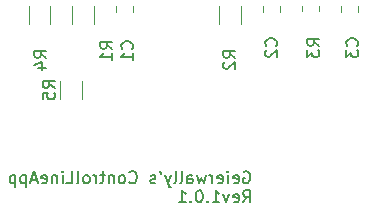
<source format=gbr>
%TF.GenerationSoftware,KiCad,Pcbnew,7.0.9*%
%TF.CreationDate,2023-12-31T16:38:04+01:00*%
%TF.ProjectId,ControlLineApp,436f6e74-726f-46c4-9c69-6e654170702e,1.0.1*%
%TF.SameCoordinates,Original*%
%TF.FileFunction,Legend,Bot*%
%TF.FilePolarity,Positive*%
%FSLAX46Y46*%
G04 Gerber Fmt 4.6, Leading zero omitted, Abs format (unit mm)*
G04 Created by KiCad (PCBNEW 7.0.9) date 2023-12-31 16:38:04*
%MOMM*%
%LPD*%
G01*
G04 APERTURE LIST*
%ADD10C,0.150000*%
%ADD11C,0.120000*%
G04 APERTURE END LIST*
D10*
X152301411Y-110845438D02*
X152396649Y-110797819D01*
X152396649Y-110797819D02*
X152539506Y-110797819D01*
X152539506Y-110797819D02*
X152682363Y-110845438D01*
X152682363Y-110845438D02*
X152777601Y-110940676D01*
X152777601Y-110940676D02*
X152825220Y-111035914D01*
X152825220Y-111035914D02*
X152872839Y-111226390D01*
X152872839Y-111226390D02*
X152872839Y-111369247D01*
X152872839Y-111369247D02*
X152825220Y-111559723D01*
X152825220Y-111559723D02*
X152777601Y-111654961D01*
X152777601Y-111654961D02*
X152682363Y-111750200D01*
X152682363Y-111750200D02*
X152539506Y-111797819D01*
X152539506Y-111797819D02*
X152444268Y-111797819D01*
X152444268Y-111797819D02*
X152301411Y-111750200D01*
X152301411Y-111750200D02*
X152253792Y-111702580D01*
X152253792Y-111702580D02*
X152253792Y-111369247D01*
X152253792Y-111369247D02*
X152444268Y-111369247D01*
X151444268Y-111750200D02*
X151539506Y-111797819D01*
X151539506Y-111797819D02*
X151729982Y-111797819D01*
X151729982Y-111797819D02*
X151825220Y-111750200D01*
X151825220Y-111750200D02*
X151872839Y-111654961D01*
X151872839Y-111654961D02*
X151872839Y-111274009D01*
X151872839Y-111274009D02*
X151825220Y-111178771D01*
X151825220Y-111178771D02*
X151729982Y-111131152D01*
X151729982Y-111131152D02*
X151539506Y-111131152D01*
X151539506Y-111131152D02*
X151444268Y-111178771D01*
X151444268Y-111178771D02*
X151396649Y-111274009D01*
X151396649Y-111274009D02*
X151396649Y-111369247D01*
X151396649Y-111369247D02*
X151872839Y-111464485D01*
X150968077Y-111797819D02*
X150968077Y-111131152D01*
X150968077Y-110797819D02*
X151015696Y-110845438D01*
X151015696Y-110845438D02*
X150968077Y-110893057D01*
X150968077Y-110893057D02*
X150920458Y-110845438D01*
X150920458Y-110845438D02*
X150968077Y-110797819D01*
X150968077Y-110797819D02*
X150968077Y-110893057D01*
X150110935Y-111750200D02*
X150206173Y-111797819D01*
X150206173Y-111797819D02*
X150396649Y-111797819D01*
X150396649Y-111797819D02*
X150491887Y-111750200D01*
X150491887Y-111750200D02*
X150539506Y-111654961D01*
X150539506Y-111654961D02*
X150539506Y-111274009D01*
X150539506Y-111274009D02*
X150491887Y-111178771D01*
X150491887Y-111178771D02*
X150396649Y-111131152D01*
X150396649Y-111131152D02*
X150206173Y-111131152D01*
X150206173Y-111131152D02*
X150110935Y-111178771D01*
X150110935Y-111178771D02*
X150063316Y-111274009D01*
X150063316Y-111274009D02*
X150063316Y-111369247D01*
X150063316Y-111369247D02*
X150539506Y-111464485D01*
X149634744Y-111797819D02*
X149634744Y-111131152D01*
X149634744Y-111321628D02*
X149587125Y-111226390D01*
X149587125Y-111226390D02*
X149539506Y-111178771D01*
X149539506Y-111178771D02*
X149444268Y-111131152D01*
X149444268Y-111131152D02*
X149349030Y-111131152D01*
X149110934Y-111131152D02*
X148920458Y-111797819D01*
X148920458Y-111797819D02*
X148729982Y-111321628D01*
X148729982Y-111321628D02*
X148539506Y-111797819D01*
X148539506Y-111797819D02*
X148349030Y-111131152D01*
X147539506Y-111797819D02*
X147539506Y-111274009D01*
X147539506Y-111274009D02*
X147587125Y-111178771D01*
X147587125Y-111178771D02*
X147682363Y-111131152D01*
X147682363Y-111131152D02*
X147872839Y-111131152D01*
X147872839Y-111131152D02*
X147968077Y-111178771D01*
X147539506Y-111750200D02*
X147634744Y-111797819D01*
X147634744Y-111797819D02*
X147872839Y-111797819D01*
X147872839Y-111797819D02*
X147968077Y-111750200D01*
X147968077Y-111750200D02*
X148015696Y-111654961D01*
X148015696Y-111654961D02*
X148015696Y-111559723D01*
X148015696Y-111559723D02*
X147968077Y-111464485D01*
X147968077Y-111464485D02*
X147872839Y-111416866D01*
X147872839Y-111416866D02*
X147634744Y-111416866D01*
X147634744Y-111416866D02*
X147539506Y-111369247D01*
X146920458Y-111797819D02*
X147015696Y-111750200D01*
X147015696Y-111750200D02*
X147063315Y-111654961D01*
X147063315Y-111654961D02*
X147063315Y-110797819D01*
X146396648Y-111797819D02*
X146491886Y-111750200D01*
X146491886Y-111750200D02*
X146539505Y-111654961D01*
X146539505Y-111654961D02*
X146539505Y-110797819D01*
X146110933Y-111131152D02*
X145872838Y-111797819D01*
X145634743Y-111131152D02*
X145872838Y-111797819D01*
X145872838Y-111797819D02*
X145968076Y-112035914D01*
X145968076Y-112035914D02*
X146015695Y-112083533D01*
X146015695Y-112083533D02*
X146110933Y-112131152D01*
X145206171Y-110797819D02*
X145301409Y-110988295D01*
X144825219Y-111750200D02*
X144729981Y-111797819D01*
X144729981Y-111797819D02*
X144539505Y-111797819D01*
X144539505Y-111797819D02*
X144444267Y-111750200D01*
X144444267Y-111750200D02*
X144396648Y-111654961D01*
X144396648Y-111654961D02*
X144396648Y-111607342D01*
X144396648Y-111607342D02*
X144444267Y-111512104D01*
X144444267Y-111512104D02*
X144539505Y-111464485D01*
X144539505Y-111464485D02*
X144682362Y-111464485D01*
X144682362Y-111464485D02*
X144777600Y-111416866D01*
X144777600Y-111416866D02*
X144825219Y-111321628D01*
X144825219Y-111321628D02*
X144825219Y-111274009D01*
X144825219Y-111274009D02*
X144777600Y-111178771D01*
X144777600Y-111178771D02*
X144682362Y-111131152D01*
X144682362Y-111131152D02*
X144539505Y-111131152D01*
X144539505Y-111131152D02*
X144444267Y-111178771D01*
X142634743Y-111702580D02*
X142682362Y-111750200D01*
X142682362Y-111750200D02*
X142825219Y-111797819D01*
X142825219Y-111797819D02*
X142920457Y-111797819D01*
X142920457Y-111797819D02*
X143063314Y-111750200D01*
X143063314Y-111750200D02*
X143158552Y-111654961D01*
X143158552Y-111654961D02*
X143206171Y-111559723D01*
X143206171Y-111559723D02*
X143253790Y-111369247D01*
X143253790Y-111369247D02*
X143253790Y-111226390D01*
X143253790Y-111226390D02*
X143206171Y-111035914D01*
X143206171Y-111035914D02*
X143158552Y-110940676D01*
X143158552Y-110940676D02*
X143063314Y-110845438D01*
X143063314Y-110845438D02*
X142920457Y-110797819D01*
X142920457Y-110797819D02*
X142825219Y-110797819D01*
X142825219Y-110797819D02*
X142682362Y-110845438D01*
X142682362Y-110845438D02*
X142634743Y-110893057D01*
X142063314Y-111797819D02*
X142158552Y-111750200D01*
X142158552Y-111750200D02*
X142206171Y-111702580D01*
X142206171Y-111702580D02*
X142253790Y-111607342D01*
X142253790Y-111607342D02*
X142253790Y-111321628D01*
X142253790Y-111321628D02*
X142206171Y-111226390D01*
X142206171Y-111226390D02*
X142158552Y-111178771D01*
X142158552Y-111178771D02*
X142063314Y-111131152D01*
X142063314Y-111131152D02*
X141920457Y-111131152D01*
X141920457Y-111131152D02*
X141825219Y-111178771D01*
X141825219Y-111178771D02*
X141777600Y-111226390D01*
X141777600Y-111226390D02*
X141729981Y-111321628D01*
X141729981Y-111321628D02*
X141729981Y-111607342D01*
X141729981Y-111607342D02*
X141777600Y-111702580D01*
X141777600Y-111702580D02*
X141825219Y-111750200D01*
X141825219Y-111750200D02*
X141920457Y-111797819D01*
X141920457Y-111797819D02*
X142063314Y-111797819D01*
X141301409Y-111131152D02*
X141301409Y-111797819D01*
X141301409Y-111226390D02*
X141253790Y-111178771D01*
X141253790Y-111178771D02*
X141158552Y-111131152D01*
X141158552Y-111131152D02*
X141015695Y-111131152D01*
X141015695Y-111131152D02*
X140920457Y-111178771D01*
X140920457Y-111178771D02*
X140872838Y-111274009D01*
X140872838Y-111274009D02*
X140872838Y-111797819D01*
X140539504Y-111131152D02*
X140158552Y-111131152D01*
X140396647Y-110797819D02*
X140396647Y-111654961D01*
X140396647Y-111654961D02*
X140349028Y-111750200D01*
X140349028Y-111750200D02*
X140253790Y-111797819D01*
X140253790Y-111797819D02*
X140158552Y-111797819D01*
X139825218Y-111797819D02*
X139825218Y-111131152D01*
X139825218Y-111321628D02*
X139777599Y-111226390D01*
X139777599Y-111226390D02*
X139729980Y-111178771D01*
X139729980Y-111178771D02*
X139634742Y-111131152D01*
X139634742Y-111131152D02*
X139539504Y-111131152D01*
X139063313Y-111797819D02*
X139158551Y-111750200D01*
X139158551Y-111750200D02*
X139206170Y-111702580D01*
X139206170Y-111702580D02*
X139253789Y-111607342D01*
X139253789Y-111607342D02*
X139253789Y-111321628D01*
X139253789Y-111321628D02*
X139206170Y-111226390D01*
X139206170Y-111226390D02*
X139158551Y-111178771D01*
X139158551Y-111178771D02*
X139063313Y-111131152D01*
X139063313Y-111131152D02*
X138920456Y-111131152D01*
X138920456Y-111131152D02*
X138825218Y-111178771D01*
X138825218Y-111178771D02*
X138777599Y-111226390D01*
X138777599Y-111226390D02*
X138729980Y-111321628D01*
X138729980Y-111321628D02*
X138729980Y-111607342D01*
X138729980Y-111607342D02*
X138777599Y-111702580D01*
X138777599Y-111702580D02*
X138825218Y-111750200D01*
X138825218Y-111750200D02*
X138920456Y-111797819D01*
X138920456Y-111797819D02*
X139063313Y-111797819D01*
X138158551Y-111797819D02*
X138253789Y-111750200D01*
X138253789Y-111750200D02*
X138301408Y-111654961D01*
X138301408Y-111654961D02*
X138301408Y-110797819D01*
X137301408Y-111797819D02*
X137777598Y-111797819D01*
X137777598Y-111797819D02*
X137777598Y-110797819D01*
X136968074Y-111797819D02*
X136968074Y-111131152D01*
X136968074Y-110797819D02*
X137015693Y-110845438D01*
X137015693Y-110845438D02*
X136968074Y-110893057D01*
X136968074Y-110893057D02*
X136920455Y-110845438D01*
X136920455Y-110845438D02*
X136968074Y-110797819D01*
X136968074Y-110797819D02*
X136968074Y-110893057D01*
X136491884Y-111131152D02*
X136491884Y-111797819D01*
X136491884Y-111226390D02*
X136444265Y-111178771D01*
X136444265Y-111178771D02*
X136349027Y-111131152D01*
X136349027Y-111131152D02*
X136206170Y-111131152D01*
X136206170Y-111131152D02*
X136110932Y-111178771D01*
X136110932Y-111178771D02*
X136063313Y-111274009D01*
X136063313Y-111274009D02*
X136063313Y-111797819D01*
X135206170Y-111750200D02*
X135301408Y-111797819D01*
X135301408Y-111797819D02*
X135491884Y-111797819D01*
X135491884Y-111797819D02*
X135587122Y-111750200D01*
X135587122Y-111750200D02*
X135634741Y-111654961D01*
X135634741Y-111654961D02*
X135634741Y-111274009D01*
X135634741Y-111274009D02*
X135587122Y-111178771D01*
X135587122Y-111178771D02*
X135491884Y-111131152D01*
X135491884Y-111131152D02*
X135301408Y-111131152D01*
X135301408Y-111131152D02*
X135206170Y-111178771D01*
X135206170Y-111178771D02*
X135158551Y-111274009D01*
X135158551Y-111274009D02*
X135158551Y-111369247D01*
X135158551Y-111369247D02*
X135634741Y-111464485D01*
X134777598Y-111512104D02*
X134301408Y-111512104D01*
X134872836Y-111797819D02*
X134539503Y-110797819D01*
X134539503Y-110797819D02*
X134206170Y-111797819D01*
X133872836Y-111131152D02*
X133872836Y-112131152D01*
X133872836Y-111178771D02*
X133777598Y-111131152D01*
X133777598Y-111131152D02*
X133587122Y-111131152D01*
X133587122Y-111131152D02*
X133491884Y-111178771D01*
X133491884Y-111178771D02*
X133444265Y-111226390D01*
X133444265Y-111226390D02*
X133396646Y-111321628D01*
X133396646Y-111321628D02*
X133396646Y-111607342D01*
X133396646Y-111607342D02*
X133444265Y-111702580D01*
X133444265Y-111702580D02*
X133491884Y-111750200D01*
X133491884Y-111750200D02*
X133587122Y-111797819D01*
X133587122Y-111797819D02*
X133777598Y-111797819D01*
X133777598Y-111797819D02*
X133872836Y-111750200D01*
X132968074Y-111131152D02*
X132968074Y-112131152D01*
X132968074Y-111178771D02*
X132872836Y-111131152D01*
X132872836Y-111131152D02*
X132682360Y-111131152D01*
X132682360Y-111131152D02*
X132587122Y-111178771D01*
X132587122Y-111178771D02*
X132539503Y-111226390D01*
X132539503Y-111226390D02*
X132491884Y-111321628D01*
X132491884Y-111321628D02*
X132491884Y-111607342D01*
X132491884Y-111607342D02*
X132539503Y-111702580D01*
X132539503Y-111702580D02*
X132587122Y-111750200D01*
X132587122Y-111750200D02*
X132682360Y-111797819D01*
X132682360Y-111797819D02*
X132872836Y-111797819D01*
X132872836Y-111797819D02*
X132968074Y-111750200D01*
X152253792Y-113407819D02*
X152587125Y-112931628D01*
X152825220Y-113407819D02*
X152825220Y-112407819D01*
X152825220Y-112407819D02*
X152444268Y-112407819D01*
X152444268Y-112407819D02*
X152349030Y-112455438D01*
X152349030Y-112455438D02*
X152301411Y-112503057D01*
X152301411Y-112503057D02*
X152253792Y-112598295D01*
X152253792Y-112598295D02*
X152253792Y-112741152D01*
X152253792Y-112741152D02*
X152301411Y-112836390D01*
X152301411Y-112836390D02*
X152349030Y-112884009D01*
X152349030Y-112884009D02*
X152444268Y-112931628D01*
X152444268Y-112931628D02*
X152825220Y-112931628D01*
X151444268Y-113360200D02*
X151539506Y-113407819D01*
X151539506Y-113407819D02*
X151729982Y-113407819D01*
X151729982Y-113407819D02*
X151825220Y-113360200D01*
X151825220Y-113360200D02*
X151872839Y-113264961D01*
X151872839Y-113264961D02*
X151872839Y-112884009D01*
X151872839Y-112884009D02*
X151825220Y-112788771D01*
X151825220Y-112788771D02*
X151729982Y-112741152D01*
X151729982Y-112741152D02*
X151539506Y-112741152D01*
X151539506Y-112741152D02*
X151444268Y-112788771D01*
X151444268Y-112788771D02*
X151396649Y-112884009D01*
X151396649Y-112884009D02*
X151396649Y-112979247D01*
X151396649Y-112979247D02*
X151872839Y-113074485D01*
X151063315Y-112741152D02*
X150825220Y-113407819D01*
X150825220Y-113407819D02*
X150587125Y-112741152D01*
X149682363Y-113407819D02*
X150253791Y-113407819D01*
X149968077Y-113407819D02*
X149968077Y-112407819D01*
X149968077Y-112407819D02*
X150063315Y-112550676D01*
X150063315Y-112550676D02*
X150158553Y-112645914D01*
X150158553Y-112645914D02*
X150253791Y-112693533D01*
X149253791Y-113312580D02*
X149206172Y-113360200D01*
X149206172Y-113360200D02*
X149253791Y-113407819D01*
X149253791Y-113407819D02*
X149301410Y-113360200D01*
X149301410Y-113360200D02*
X149253791Y-113312580D01*
X149253791Y-113312580D02*
X149253791Y-113407819D01*
X148587125Y-112407819D02*
X148491887Y-112407819D01*
X148491887Y-112407819D02*
X148396649Y-112455438D01*
X148396649Y-112455438D02*
X148349030Y-112503057D01*
X148349030Y-112503057D02*
X148301411Y-112598295D01*
X148301411Y-112598295D02*
X148253792Y-112788771D01*
X148253792Y-112788771D02*
X148253792Y-113026866D01*
X148253792Y-113026866D02*
X148301411Y-113217342D01*
X148301411Y-113217342D02*
X148349030Y-113312580D01*
X148349030Y-113312580D02*
X148396649Y-113360200D01*
X148396649Y-113360200D02*
X148491887Y-113407819D01*
X148491887Y-113407819D02*
X148587125Y-113407819D01*
X148587125Y-113407819D02*
X148682363Y-113360200D01*
X148682363Y-113360200D02*
X148729982Y-113312580D01*
X148729982Y-113312580D02*
X148777601Y-113217342D01*
X148777601Y-113217342D02*
X148825220Y-113026866D01*
X148825220Y-113026866D02*
X148825220Y-112788771D01*
X148825220Y-112788771D02*
X148777601Y-112598295D01*
X148777601Y-112598295D02*
X148729982Y-112503057D01*
X148729982Y-112503057D02*
X148682363Y-112455438D01*
X148682363Y-112455438D02*
X148587125Y-112407819D01*
X147825220Y-113312580D02*
X147777601Y-113360200D01*
X147777601Y-113360200D02*
X147825220Y-113407819D01*
X147825220Y-113407819D02*
X147872839Y-113360200D01*
X147872839Y-113360200D02*
X147825220Y-113312580D01*
X147825220Y-113312580D02*
X147825220Y-113407819D01*
X146825221Y-113407819D02*
X147396649Y-113407819D01*
X147110935Y-113407819D02*
X147110935Y-112407819D01*
X147110935Y-112407819D02*
X147206173Y-112550676D01*
X147206173Y-112550676D02*
X147301411Y-112645914D01*
X147301411Y-112645914D02*
X147396649Y-112693533D01*
X135582819Y-101179333D02*
X135106628Y-100846000D01*
X135582819Y-100607905D02*
X134582819Y-100607905D01*
X134582819Y-100607905D02*
X134582819Y-100988857D01*
X134582819Y-100988857D02*
X134630438Y-101084095D01*
X134630438Y-101084095D02*
X134678057Y-101131714D01*
X134678057Y-101131714D02*
X134773295Y-101179333D01*
X134773295Y-101179333D02*
X134916152Y-101179333D01*
X134916152Y-101179333D02*
X135011390Y-101131714D01*
X135011390Y-101131714D02*
X135059009Y-101084095D01*
X135059009Y-101084095D02*
X135106628Y-100988857D01*
X135106628Y-100988857D02*
X135106628Y-100607905D01*
X134916152Y-102036476D02*
X135582819Y-102036476D01*
X134535200Y-101798381D02*
X135249485Y-101560286D01*
X135249485Y-101560286D02*
X135249485Y-102179333D01*
X158696819Y-100163333D02*
X158220628Y-99830000D01*
X158696819Y-99591905D02*
X157696819Y-99591905D01*
X157696819Y-99591905D02*
X157696819Y-99972857D01*
X157696819Y-99972857D02*
X157744438Y-100068095D01*
X157744438Y-100068095D02*
X157792057Y-100115714D01*
X157792057Y-100115714D02*
X157887295Y-100163333D01*
X157887295Y-100163333D02*
X158030152Y-100163333D01*
X158030152Y-100163333D02*
X158125390Y-100115714D01*
X158125390Y-100115714D02*
X158173009Y-100068095D01*
X158173009Y-100068095D02*
X158220628Y-99972857D01*
X158220628Y-99972857D02*
X158220628Y-99591905D01*
X157696819Y-100496667D02*
X157696819Y-101115714D01*
X157696819Y-101115714D02*
X158077771Y-100782381D01*
X158077771Y-100782381D02*
X158077771Y-100925238D01*
X158077771Y-100925238D02*
X158125390Y-101020476D01*
X158125390Y-101020476D02*
X158173009Y-101068095D01*
X158173009Y-101068095D02*
X158268247Y-101115714D01*
X158268247Y-101115714D02*
X158506342Y-101115714D01*
X158506342Y-101115714D02*
X158601580Y-101068095D01*
X158601580Y-101068095D02*
X158649200Y-101020476D01*
X158649200Y-101020476D02*
X158696819Y-100925238D01*
X158696819Y-100925238D02*
X158696819Y-100639524D01*
X158696819Y-100639524D02*
X158649200Y-100544286D01*
X158649200Y-100544286D02*
X158601580Y-100496667D01*
X142853580Y-100417333D02*
X142901200Y-100369714D01*
X142901200Y-100369714D02*
X142948819Y-100226857D01*
X142948819Y-100226857D02*
X142948819Y-100131619D01*
X142948819Y-100131619D02*
X142901200Y-99988762D01*
X142901200Y-99988762D02*
X142805961Y-99893524D01*
X142805961Y-99893524D02*
X142710723Y-99845905D01*
X142710723Y-99845905D02*
X142520247Y-99798286D01*
X142520247Y-99798286D02*
X142377390Y-99798286D01*
X142377390Y-99798286D02*
X142186914Y-99845905D01*
X142186914Y-99845905D02*
X142091676Y-99893524D01*
X142091676Y-99893524D02*
X141996438Y-99988762D01*
X141996438Y-99988762D02*
X141948819Y-100131619D01*
X141948819Y-100131619D02*
X141948819Y-100226857D01*
X141948819Y-100226857D02*
X141996438Y-100369714D01*
X141996438Y-100369714D02*
X142044057Y-100417333D01*
X142948819Y-101369714D02*
X142948819Y-100798286D01*
X142948819Y-101084000D02*
X141948819Y-101084000D01*
X141948819Y-101084000D02*
X142091676Y-100988762D01*
X142091676Y-100988762D02*
X142186914Y-100893524D01*
X142186914Y-100893524D02*
X142234533Y-100798286D01*
X161903580Y-100163333D02*
X161951200Y-100115714D01*
X161951200Y-100115714D02*
X161998819Y-99972857D01*
X161998819Y-99972857D02*
X161998819Y-99877619D01*
X161998819Y-99877619D02*
X161951200Y-99734762D01*
X161951200Y-99734762D02*
X161855961Y-99639524D01*
X161855961Y-99639524D02*
X161760723Y-99591905D01*
X161760723Y-99591905D02*
X161570247Y-99544286D01*
X161570247Y-99544286D02*
X161427390Y-99544286D01*
X161427390Y-99544286D02*
X161236914Y-99591905D01*
X161236914Y-99591905D02*
X161141676Y-99639524D01*
X161141676Y-99639524D02*
X161046438Y-99734762D01*
X161046438Y-99734762D02*
X160998819Y-99877619D01*
X160998819Y-99877619D02*
X160998819Y-99972857D01*
X160998819Y-99972857D02*
X161046438Y-100115714D01*
X161046438Y-100115714D02*
X161094057Y-100163333D01*
X160998819Y-100496667D02*
X160998819Y-101115714D01*
X160998819Y-101115714D02*
X161379771Y-100782381D01*
X161379771Y-100782381D02*
X161379771Y-100925238D01*
X161379771Y-100925238D02*
X161427390Y-101020476D01*
X161427390Y-101020476D02*
X161475009Y-101068095D01*
X161475009Y-101068095D02*
X161570247Y-101115714D01*
X161570247Y-101115714D02*
X161808342Y-101115714D01*
X161808342Y-101115714D02*
X161903580Y-101068095D01*
X161903580Y-101068095D02*
X161951200Y-101020476D01*
X161951200Y-101020476D02*
X161998819Y-100925238D01*
X161998819Y-100925238D02*
X161998819Y-100639524D01*
X161998819Y-100639524D02*
X161951200Y-100544286D01*
X161951200Y-100544286D02*
X161903580Y-100496667D01*
X151584819Y-101179333D02*
X151108628Y-100846000D01*
X151584819Y-100607905D02*
X150584819Y-100607905D01*
X150584819Y-100607905D02*
X150584819Y-100988857D01*
X150584819Y-100988857D02*
X150632438Y-101084095D01*
X150632438Y-101084095D02*
X150680057Y-101131714D01*
X150680057Y-101131714D02*
X150775295Y-101179333D01*
X150775295Y-101179333D02*
X150918152Y-101179333D01*
X150918152Y-101179333D02*
X151013390Y-101131714D01*
X151013390Y-101131714D02*
X151061009Y-101084095D01*
X151061009Y-101084095D02*
X151108628Y-100988857D01*
X151108628Y-100988857D02*
X151108628Y-100607905D01*
X150680057Y-101560286D02*
X150632438Y-101607905D01*
X150632438Y-101607905D02*
X150584819Y-101703143D01*
X150584819Y-101703143D02*
X150584819Y-101941238D01*
X150584819Y-101941238D02*
X150632438Y-102036476D01*
X150632438Y-102036476D02*
X150680057Y-102084095D01*
X150680057Y-102084095D02*
X150775295Y-102131714D01*
X150775295Y-102131714D02*
X150870533Y-102131714D01*
X150870533Y-102131714D02*
X151013390Y-102084095D01*
X151013390Y-102084095D02*
X151584819Y-101512667D01*
X151584819Y-101512667D02*
X151584819Y-102131714D01*
X141170819Y-100417333D02*
X140694628Y-100084000D01*
X141170819Y-99845905D02*
X140170819Y-99845905D01*
X140170819Y-99845905D02*
X140170819Y-100226857D01*
X140170819Y-100226857D02*
X140218438Y-100322095D01*
X140218438Y-100322095D02*
X140266057Y-100369714D01*
X140266057Y-100369714D02*
X140361295Y-100417333D01*
X140361295Y-100417333D02*
X140504152Y-100417333D01*
X140504152Y-100417333D02*
X140599390Y-100369714D01*
X140599390Y-100369714D02*
X140647009Y-100322095D01*
X140647009Y-100322095D02*
X140694628Y-100226857D01*
X140694628Y-100226857D02*
X140694628Y-99845905D01*
X141170819Y-101369714D02*
X141170819Y-100798286D01*
X141170819Y-101084000D02*
X140170819Y-101084000D01*
X140170819Y-101084000D02*
X140313676Y-100988762D01*
X140313676Y-100988762D02*
X140408914Y-100893524D01*
X140408914Y-100893524D02*
X140456533Y-100798286D01*
X136302819Y-103745333D02*
X135826628Y-103412000D01*
X136302819Y-103173905D02*
X135302819Y-103173905D01*
X135302819Y-103173905D02*
X135302819Y-103554857D01*
X135302819Y-103554857D02*
X135350438Y-103650095D01*
X135350438Y-103650095D02*
X135398057Y-103697714D01*
X135398057Y-103697714D02*
X135493295Y-103745333D01*
X135493295Y-103745333D02*
X135636152Y-103745333D01*
X135636152Y-103745333D02*
X135731390Y-103697714D01*
X135731390Y-103697714D02*
X135779009Y-103650095D01*
X135779009Y-103650095D02*
X135826628Y-103554857D01*
X135826628Y-103554857D02*
X135826628Y-103173905D01*
X135302819Y-104650095D02*
X135302819Y-104173905D01*
X135302819Y-104173905D02*
X135779009Y-104126286D01*
X135779009Y-104126286D02*
X135731390Y-104173905D01*
X135731390Y-104173905D02*
X135683771Y-104269143D01*
X135683771Y-104269143D02*
X135683771Y-104507238D01*
X135683771Y-104507238D02*
X135731390Y-104602476D01*
X135731390Y-104602476D02*
X135779009Y-104650095D01*
X135779009Y-104650095D02*
X135874247Y-104697714D01*
X135874247Y-104697714D02*
X136112342Y-104697714D01*
X136112342Y-104697714D02*
X136207580Y-104650095D01*
X136207580Y-104650095D02*
X136255200Y-104602476D01*
X136255200Y-104602476D02*
X136302819Y-104507238D01*
X136302819Y-104507238D02*
X136302819Y-104269143D01*
X136302819Y-104269143D02*
X136255200Y-104173905D01*
X136255200Y-104173905D02*
X136207580Y-104126286D01*
X155045580Y-100163333D02*
X155093200Y-100115714D01*
X155093200Y-100115714D02*
X155140819Y-99972857D01*
X155140819Y-99972857D02*
X155140819Y-99877619D01*
X155140819Y-99877619D02*
X155093200Y-99734762D01*
X155093200Y-99734762D02*
X154997961Y-99639524D01*
X154997961Y-99639524D02*
X154902723Y-99591905D01*
X154902723Y-99591905D02*
X154712247Y-99544286D01*
X154712247Y-99544286D02*
X154569390Y-99544286D01*
X154569390Y-99544286D02*
X154378914Y-99591905D01*
X154378914Y-99591905D02*
X154283676Y-99639524D01*
X154283676Y-99639524D02*
X154188438Y-99734762D01*
X154188438Y-99734762D02*
X154140819Y-99877619D01*
X154140819Y-99877619D02*
X154140819Y-99972857D01*
X154140819Y-99972857D02*
X154188438Y-100115714D01*
X154188438Y-100115714D02*
X154236057Y-100163333D01*
X154236057Y-100544286D02*
X154188438Y-100591905D01*
X154188438Y-100591905D02*
X154140819Y-100687143D01*
X154140819Y-100687143D02*
X154140819Y-100925238D01*
X154140819Y-100925238D02*
X154188438Y-101020476D01*
X154188438Y-101020476D02*
X154236057Y-101068095D01*
X154236057Y-101068095D02*
X154331295Y-101115714D01*
X154331295Y-101115714D02*
X154426533Y-101115714D01*
X154426533Y-101115714D02*
X154569390Y-101068095D01*
X154569390Y-101068095D02*
X155140819Y-100496667D01*
X155140819Y-100496667D02*
X155140819Y-101115714D01*
D11*
%TO.C,R4*%
X134091000Y-98289064D02*
X134091000Y-96834936D01*
X135911000Y-98289064D02*
X135911000Y-96834936D01*
%TO.C,R3*%
X157253000Y-97239064D02*
X157253000Y-96784936D01*
X158723000Y-97239064D02*
X158723000Y-96784936D01*
%TO.C,C1*%
X142975000Y-96788248D02*
X142975000Y-97310752D01*
X141505000Y-96788248D02*
X141505000Y-97310752D01*
%TO.C,C3*%
X162025000Y-96788248D02*
X162025000Y-97310752D01*
X160555000Y-96788248D02*
X160555000Y-97310752D01*
%TO.C,R2*%
X150220000Y-98289064D02*
X150220000Y-96834936D01*
X152040000Y-98289064D02*
X152040000Y-96834936D01*
%TO.C,R1*%
X137774000Y-98289064D02*
X137774000Y-96834936D01*
X139594000Y-98289064D02*
X139594000Y-96834936D01*
%TO.C,R5*%
X138578000Y-103184936D02*
X138578000Y-104639064D01*
X136758000Y-103184936D02*
X136758000Y-104639064D01*
%TO.C,C2*%
X155421000Y-96788248D02*
X155421000Y-97310752D01*
X153951000Y-96788248D02*
X153951000Y-97310752D01*
%TD*%
M02*

</source>
